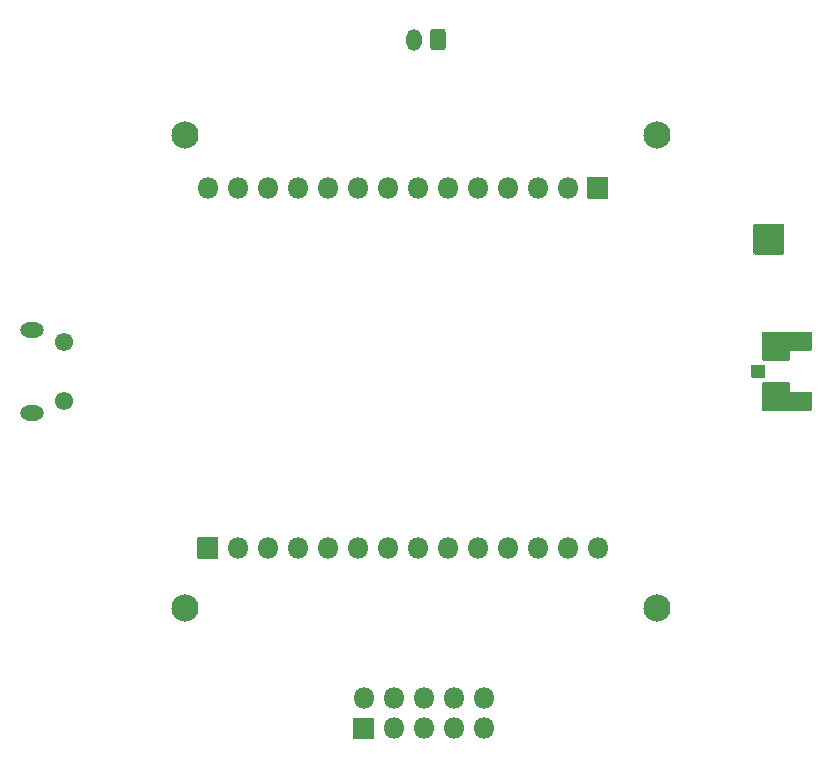
<source format=gbs>
G04 #@! TF.GenerationSoftware,KiCad,Pcbnew,5.1.9+dfsg1-1~bpo10+1*
G04 #@! TF.CreationDate,2021-10-27T00:19:12-04:00*
G04 #@! TF.ProjectId,board,626f6172-642e-46b6-9963-61645f706362,rev?*
G04 #@! TF.SameCoordinates,Original*
G04 #@! TF.FileFunction,Soldermask,Bot*
G04 #@! TF.FilePolarity,Negative*
%FSLAX46Y46*%
G04 Gerber Fmt 4.6, Leading zero omitted, Abs format (unit mm)*
G04 Created by KiCad (PCBNEW 5.1.9+dfsg1-1~bpo10+1) date 2021-10-27 00:19:12*
%MOMM*%
%LPD*%
G01*
G04 APERTURE LIST*
%ADD10C,2.301600*%
%ADD11O,1.301600X1.851600*%
%ADD12O,1.801600X1.801600*%
%ADD13C,1.101600*%
%ADD14O,2.001600X1.301600*%
%ADD15C,1.551600*%
%ADD16C,0.100000*%
G04 APERTURE END LIST*
D10*
X130000000Y-80000000D03*
D11*
X149450000Y-71900000D03*
G36*
G01*
X152100800Y-71245365D02*
X152100800Y-72554635D01*
G75*
G02*
X151829635Y-72825800I-271165J0D01*
G01*
X151070365Y-72825800D01*
G75*
G02*
X150799200Y-72554635I0J271165D01*
G01*
X150799200Y-71245365D01*
G75*
G02*
X151070365Y-70974200I271165J0D01*
G01*
X151829635Y-70974200D01*
G75*
G02*
X152100800Y-71245365I0J-271165D01*
G01*
G37*
D12*
X164986000Y-114960600D03*
X162446000Y-114960600D03*
X159906000Y-114960600D03*
X157366000Y-114960600D03*
X154826000Y-114960600D03*
X152286000Y-114960600D03*
X149746000Y-114960600D03*
X147206000Y-114960600D03*
X144666000Y-114960600D03*
X142126000Y-114960600D03*
X139586000Y-114960600D03*
X137046000Y-114960600D03*
X134506000Y-114960600D03*
G36*
G01*
X132816000Y-115861400D02*
X131116000Y-115861400D01*
G75*
G02*
X131065200Y-115810600I0J50800D01*
G01*
X131065200Y-114110600D01*
G75*
G02*
X131116000Y-114059800I50800J0D01*
G01*
X132816000Y-114059800D01*
G75*
G02*
X132866800Y-114110600I0J-50800D01*
G01*
X132866800Y-115810600D01*
G75*
G02*
X132816000Y-115861400I-50800J0D01*
G01*
G37*
G36*
G01*
X164136000Y-83559200D02*
X165836000Y-83559200D01*
G75*
G02*
X165886800Y-83610000I0J-50800D01*
G01*
X165886800Y-85310000D01*
G75*
G02*
X165836000Y-85360800I-50800J0D01*
G01*
X164136000Y-85360800D01*
G75*
G02*
X164085200Y-85310000I0J50800D01*
G01*
X164085200Y-83610000D01*
G75*
G02*
X164136000Y-83559200I50800J0D01*
G01*
G37*
X162446000Y-84460000D03*
X159906000Y-84460000D03*
X157366000Y-84460000D03*
X154826000Y-84460000D03*
X152286000Y-84460000D03*
X149746000Y-84460000D03*
X147206000Y-84460000D03*
X144666000Y-84460000D03*
X142126000Y-84460000D03*
X139586000Y-84460000D03*
X137046000Y-84460000D03*
X134506000Y-84460000D03*
X131966000Y-84460000D03*
D10*
X130000000Y-120000000D03*
X170000000Y-120000000D03*
X170000000Y-80000000D03*
D12*
X155334000Y-127686000D03*
X155334000Y-130226000D03*
X152794000Y-127686000D03*
X152794000Y-130226000D03*
X150254000Y-127686000D03*
X150254000Y-130226000D03*
X147714000Y-127686000D03*
X147714000Y-130226000D03*
X145174000Y-127686000D03*
G36*
G01*
X146024000Y-131126800D02*
X144324000Y-131126800D01*
G75*
G02*
X144273200Y-131076000I0J50800D01*
G01*
X144273200Y-129376000D01*
G75*
G02*
X144324000Y-129325200I50800J0D01*
G01*
X146024000Y-129325200D01*
G75*
G02*
X146074800Y-129376000I0J-50800D01*
G01*
X146074800Y-131076000D01*
G75*
G02*
X146024000Y-131126800I-50800J0D01*
G01*
G37*
D13*
X178550000Y-100000000D03*
G36*
G01*
X178040000Y-99449200D02*
X179090000Y-99449200D01*
G75*
G02*
X179140800Y-99500000I0J-50800D01*
G01*
X179140800Y-100500000D01*
G75*
G02*
X179090000Y-100550800I-50800J0D01*
G01*
X178040000Y-100550800D01*
G75*
G02*
X177989200Y-100500000I0J50800D01*
G01*
X177989200Y-99500000D01*
G75*
G02*
X178040000Y-99449200I50800J0D01*
G01*
G37*
G36*
G01*
X178970000Y-97949200D02*
X181170000Y-97949200D01*
G75*
G02*
X181220800Y-98000000I0J-50800D01*
G01*
X181220800Y-99050000D01*
G75*
G02*
X181170000Y-99100800I-50800J0D01*
G01*
X178970000Y-99100800D01*
G75*
G02*
X178919200Y-99050000I0J50800D01*
G01*
X178919200Y-98000000D01*
G75*
G02*
X178970000Y-97949200I50800J0D01*
G01*
G37*
G36*
G01*
X178970000Y-100899200D02*
X181170000Y-100899200D01*
G75*
G02*
X181220800Y-100950000I0J-50800D01*
G01*
X181220800Y-102000000D01*
G75*
G02*
X181170000Y-102050800I-50800J0D01*
G01*
X178970000Y-102050800D01*
G75*
G02*
X178919200Y-102000000I0J50800D01*
G01*
X178919200Y-100950000D01*
G75*
G02*
X178970000Y-100899200I50800J0D01*
G01*
G37*
G36*
G01*
X178968000Y-96647200D02*
X183032000Y-96647200D01*
G75*
G02*
X183082800Y-96698000I0J-50800D01*
G01*
X183082800Y-98222000D01*
G75*
G02*
X183032000Y-98272800I-50800J0D01*
G01*
X178968000Y-98272800D01*
G75*
G02*
X178917200Y-98222000I0J50800D01*
G01*
X178917200Y-96698000D01*
G75*
G02*
X178968000Y-96647200I50800J0D01*
G01*
G37*
G36*
G01*
X178968000Y-101727200D02*
X183032000Y-101727200D01*
G75*
G02*
X183082800Y-101778000I0J-50800D01*
G01*
X183082800Y-103302000D01*
G75*
G02*
X183032000Y-103352800I-50800J0D01*
G01*
X178968000Y-103352800D01*
G75*
G02*
X178917200Y-103302000I0J50800D01*
G01*
X178917200Y-101778000D01*
G75*
G02*
X178968000Y-101727200I50800J0D01*
G01*
G37*
D14*
X117062500Y-103500000D03*
X117062500Y-96500000D03*
D15*
X119762500Y-102500000D03*
X119762500Y-97500000D03*
G36*
G01*
X178138200Y-89889841D02*
X178138200Y-87758159D01*
G75*
G02*
X178398159Y-87498200I259959J0D01*
G01*
X180529841Y-87498200D01*
G75*
G02*
X180789800Y-87758159I0J-259959D01*
G01*
X180789800Y-89889841D01*
G75*
G02*
X180529841Y-90149800I-259959J0D01*
G01*
X178398159Y-90149800D01*
G75*
G02*
X178138200Y-89889841I0J259959D01*
G01*
G37*
D16*
G36*
X180790965Y-89888215D02*
G01*
X180791800Y-89889841D01*
X180791800Y-89984190D01*
X180791790Y-89984386D01*
X180788133Y-90021517D01*
X180788057Y-90021902D01*
X180779015Y-90051709D01*
X180778865Y-90052071D01*
X180764188Y-90079530D01*
X180763970Y-90079856D01*
X180744210Y-90103933D01*
X180743933Y-90104210D01*
X180719856Y-90123970D01*
X180719530Y-90124188D01*
X180692071Y-90138865D01*
X180691709Y-90139015D01*
X180661902Y-90148057D01*
X180661517Y-90148133D01*
X180624386Y-90151790D01*
X180624190Y-90151800D01*
X180529841Y-90151800D01*
X180528109Y-90150800D01*
X180528109Y-90148800D01*
X180529645Y-90147810D01*
X180580161Y-90142835D01*
X180628554Y-90128155D01*
X180673150Y-90104318D01*
X180712239Y-90072239D01*
X180744318Y-90033150D01*
X180768155Y-89988554D01*
X180782835Y-89940161D01*
X180787810Y-89889645D01*
X180788975Y-89888019D01*
X180790965Y-89888215D01*
G37*
G36*
X178140190Y-89889645D02*
G01*
X178145165Y-89940161D01*
X178159845Y-89988554D01*
X178183682Y-90033150D01*
X178215761Y-90072239D01*
X178254850Y-90104318D01*
X178299446Y-90128155D01*
X178347839Y-90142835D01*
X178398355Y-90147810D01*
X178399981Y-90148975D01*
X178399785Y-90150965D01*
X178398159Y-90151800D01*
X178303810Y-90151800D01*
X178303614Y-90151790D01*
X178266483Y-90148133D01*
X178266098Y-90148057D01*
X178236291Y-90139015D01*
X178235929Y-90138865D01*
X178208470Y-90124188D01*
X178208144Y-90123970D01*
X178184067Y-90104210D01*
X178183790Y-90103933D01*
X178164030Y-90079856D01*
X178163812Y-90079530D01*
X178149135Y-90052071D01*
X178148985Y-90051709D01*
X178139943Y-90021902D01*
X178139867Y-90021517D01*
X178136210Y-89984386D01*
X178136200Y-89984190D01*
X178136200Y-89889841D01*
X178137200Y-89888109D01*
X178139200Y-89888109D01*
X178140190Y-89889645D01*
G37*
G36*
X178399891Y-87497200D02*
G01*
X178399891Y-87499200D01*
X178398355Y-87500190D01*
X178347839Y-87505165D01*
X178299446Y-87519845D01*
X178254850Y-87543682D01*
X178215761Y-87575761D01*
X178183682Y-87614850D01*
X178159845Y-87659446D01*
X178145165Y-87707839D01*
X178140190Y-87758355D01*
X178139025Y-87759981D01*
X178137035Y-87759785D01*
X178136200Y-87758159D01*
X178136200Y-87663810D01*
X178136210Y-87663614D01*
X178139867Y-87626483D01*
X178139943Y-87626098D01*
X178148985Y-87596291D01*
X178149135Y-87595929D01*
X178163812Y-87568470D01*
X178164030Y-87568144D01*
X178183790Y-87544067D01*
X178184067Y-87543790D01*
X178208144Y-87524030D01*
X178208470Y-87523812D01*
X178235929Y-87509135D01*
X178236291Y-87508985D01*
X178266098Y-87499943D01*
X178266483Y-87499867D01*
X178303614Y-87496210D01*
X178303810Y-87496200D01*
X178398159Y-87496200D01*
X178399891Y-87497200D01*
G37*
G36*
X180624386Y-87496210D02*
G01*
X180661517Y-87499867D01*
X180661902Y-87499943D01*
X180691709Y-87508985D01*
X180692071Y-87509135D01*
X180719530Y-87523812D01*
X180719856Y-87524030D01*
X180743933Y-87543790D01*
X180744210Y-87544067D01*
X180763970Y-87568144D01*
X180764188Y-87568470D01*
X180778865Y-87595929D01*
X180779015Y-87596291D01*
X180788057Y-87626098D01*
X180788133Y-87626483D01*
X180791790Y-87663614D01*
X180791800Y-87663810D01*
X180791800Y-87758159D01*
X180790800Y-87759891D01*
X180788800Y-87759891D01*
X180787810Y-87758355D01*
X180782835Y-87707839D01*
X180768155Y-87659446D01*
X180744318Y-87614850D01*
X180712239Y-87575761D01*
X180673150Y-87543682D01*
X180628554Y-87519845D01*
X180580161Y-87505165D01*
X180529645Y-87500190D01*
X180528019Y-87499025D01*
X180528215Y-87497035D01*
X180529841Y-87496200D01*
X180624190Y-87496200D01*
X180624386Y-87496210D01*
G37*
M02*

</source>
